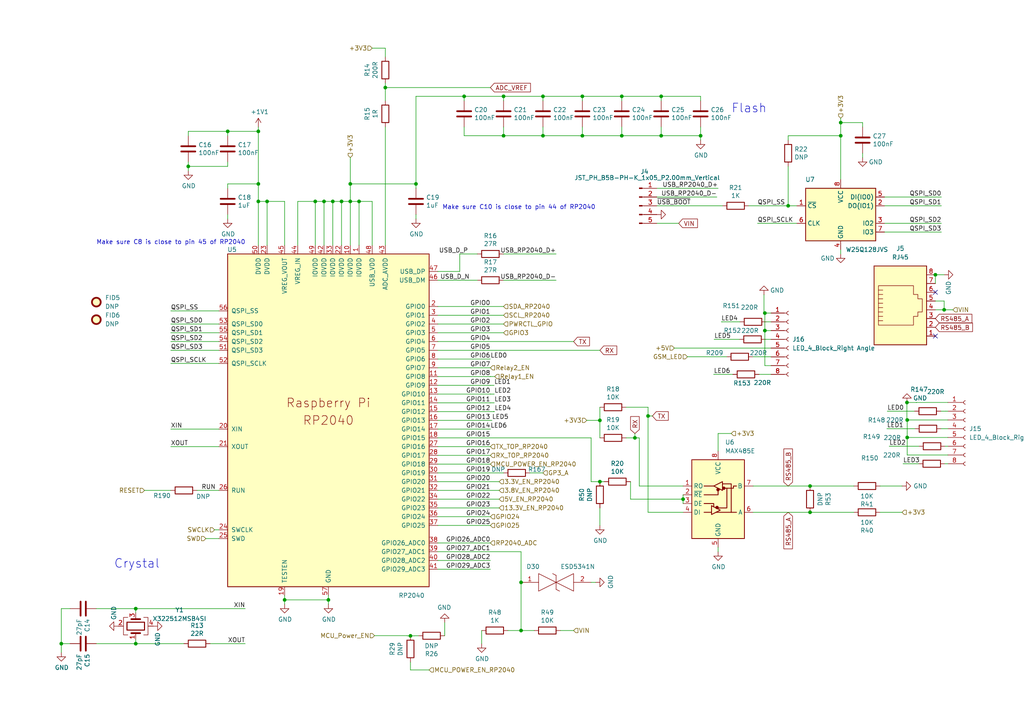
<source format=kicad_sch>
(kicad_sch (version 20250114) (generator "eeschema") (generator_version "9.0")
  (paper "A4")
  (text "Make sure C8 is close to pin 45 of RP2040" (at 27.94 71.12 0) (effects (font (size 1.27 1.27)) (justify left bottom)))
  (text "Make sure C10 is close to pin 44 of RP2040" (at 128.27 60.96 0) (effects (font (size 1.27 1.27)) (justify left bottom)))
  (text "Flash" (at 212.09 33.02 0) (effects (font (size 2.54 2.54)) (justify left bottom)))
  (text "Crystal" (at 33.02 165.1 0) (effects (font (size 2.54 2.54)) (justify left bottom)))
  (junction (at 111.76 25.4))
  (junction (at 54.61 48.26))
  (junction (at 221.8396 90.8043))
  (junction (at 271.3007 79.6916))
  (junction (at 39.37 186.69))
  (junction (at 151.13 182.88))
  (junction (at 180.34 27.94))
  (junction (at 101.6 58.42))
  (junction (at 263.1254 126.8876))
  (junction (at 273.8407 89.8516))
  (junction (at 95.25 173.99))
  (junction (at 74.93 58.42))
  (junction (at 180.34 39.37))
  (junction (at 221.8396 95.8843))
  (junction (at 263.1254 121.8163))
  (junction (at 17.78 186.69))
  (junction (at 173.99 139.7))
  (junction (at 263.0568 116.7363))
  (junction (at 104.14 58.42))
  (junction (at 187.96 120.65))
  (junction (at 39.37 176.53))
  (junction (at 93.98 58.42))
  (junction (at 151.13 168.91))
  (junction (at 96.52 58.42))
  (junction (at 82.55 173.99))
  (junction (at 74.93 38.1))
  (junction (at 91.44 58.42))
  (junction (at 168.91 39.37))
  (junction (at 101.6 53.34))
  (junction (at 198.12 144.78))
  (junction (at 134.62 27.94))
  (junction (at 157.48 27.94))
  (junction (at 228.6 59.69))
  (junction (at 66.04 38.1))
  (junction (at 74.93 53.34))
  (junction (at 99.06 58.42))
  (junction (at 191.77 39.37))
  (junction (at 173.99 121.92))
  (junction (at 120.65 53.34))
  (junction (at 191.77 27.94))
  (junction (at 168.91 27.94))
  (junction (at 234.95 140.97))
  (junction (at 77.47 58.42))
  (junction (at 119.0481 184.4174))
  (junction (at 146.05 27.94))
  (junction (at 157.48 39.37))
  (junction (at 184.15 127))
  (junction (at 243.84 39.37))
  (junction (at 243.84 35.56))
  (junction (at 203.2 39.37))
  (junction (at 146.05 39.37))
  (junction (at 234.95 148.59))
  (no_connect (at 271.3007 97.4716))
  (no_connect (at 271.3007 84.7716))
  (wire (pts (xy 111.76 36.83) (xy 111.76 71.12)))
  (wire (pts (xy 49.53 124.46) (xy 63.5 124.46)))
  (wire (pts (xy 59.69 156.21) (xy 63.5 156.21)))
  (wire (pts (xy 191.77 39.37) (xy 203.2 39.37)))
  (wire (pts (xy 66.04 53.34) (xy 74.93 53.34)))
  (wire (pts (xy 127 160.02) (xy 151.13 160.02)))
  (wire (pts (xy 191.77 27.94) (xy 203.2 27.94)))
  (wire (pts (xy 143.1694 119.3787) (xy 143.1694 119.38)))
  (wire (pts (xy 101.6 58.42) (xy 104.14 58.42)))
  (wire (pts (xy 180.34 27.94) (xy 191.77 27.94)))
  (wire (pts (xy 142.24 114.3018) (xy 142.24 114.3)))
  (wire (pts (xy 143.4165 119.3774) (xy 143.4234 119.3787)))
  (wire (pts (xy 221.8396 90.8043) (xy 221.8396 95.8843)))
  (wire (pts (xy 142.24 109.2128) (xy 142.24 109.22)))
  (wire (pts (xy 82.55 173.99) (xy 95.25 173.99)))
  (wire (pts (xy 142.24 116.8403) (xy 142.24 116.84)))
  (wire (pts (xy 143.3631 116.8403) (xy 142.24 116.8403)))
  (wire (pts (xy 180.34 39.37) (xy 168.91 39.37)))
  (wire (pts (xy 39.37 186.69) (xy 53.34 186.69)))
  (wire (pts (xy 142.6874 121.92) (xy 127 121.92)))
  (wire (pts (xy 191.77 29.21) (xy 191.77 27.94)))
  (wire (pts (xy 86.36 58.42) (xy 91.44 58.42)))
  (wire (pts (xy 108.6275 184.3647) (xy 118.11 184.3647)))
  (wire (pts (xy 146.05 27.94) (xy 157.48 27.94)))
  (wire (pts (xy 207.0067 108.5843) (xy 212.5516 108.5843)))
  (wire (pts (xy 54.61 46.99) (xy 54.61 48.26)))
  (wire (pts (xy 228.6 48.26) (xy 228.6 59.69)))
  (wire (pts (xy 127 142.24) (xy 144.78 142.24)))
  (wire (pts (xy 127 104.14) (xy 142.24 104.14)))
  (wire (pts (xy 95.25 173.99) (xy 95.25 175.26)))
  (wire (pts (xy 111.76 13.97) (xy 107.95 13.97)))
  (wire (pts (xy 271.3007 79.6916) (xy 271.3007 82.2316)))
  (wire (pts (xy 184.15 125.73) (xy 184.15 127)))
  (wire (pts (xy 272.8769 119.2612) (xy 274.3404 119.2612)))
  (wire (pts (xy 185.42 140.97) (xy 185.42 127)))
  (wire (pts (xy 127 106.68) (xy 142.24 106.68)))
  (wire (pts (xy 27.94 176.53) (xy 39.37 176.53)))
  (wire (pts (xy 120.65 27.94) (xy 120.65 53.34)))
  (wire (pts (xy 143.3159 111.7647) (xy 142.24 111.7647)))
  (wire (pts (xy 101.6 53.34) (xy 101.6 58.42)))
  (wire (pts (xy 153.67 137.16) (xy 157.48 137.16)))
  (wire (pts (xy 127 152.4) (xy 142.24 152.4)))
  (wire (pts (xy 195.58 100.9521) (xy 195.58 100.9643)))
  (wire (pts (xy 274.9191 116.7276) (xy 265.8174 116.7276)))
  (wire (pts (xy 60.96 186.69) (xy 71.12 186.69)))
  (wire (pts (xy 274.137 129.4276) (xy 274.9191 129.4276)))
  (wire (pts (xy 127 96.52) (xy 146.05 96.52)))
  (wire (pts (xy 207.1393 98.4253) (xy 207.1393 98.4243)))
  (wire (pts (xy 93.98 58.42) (xy 96.52 58.42)))
  (wire (pts (xy 223.6347 95.8843) (xy 221.8396 95.8843)))
  (wire (pts (xy 212.09 125.73) (xy 208.28 125.73)))
  (wire (pts (xy 157.48 27.94) (xy 168.91 27.94)))
  (wire (pts (xy 223.6347 103.477) (xy 223.6347 103.5043)))
  (wire (pts (xy 66.04 54.61) (xy 66.04 53.34)))
  (wire (pts (xy 74.93 53.34) (xy 74.93 58.42)))
  (wire (pts (xy 20.32 176.53) (xy 17.78 176.53)))
  (wire (pts (xy 273.8407 89.8516) (xy 271.3007 89.8516)))
  (wire (pts (xy 203.2 36.83) (xy 203.2 39.37)))
  (wire (pts (xy 99.06 71.12) (xy 99.06 58.42)))
  (wire (pts (xy 195.58 100.9643) (xy 223.6347 100.9643)))
  (wire (pts (xy 142.24 124.4539) (xy 142.24 124.46)))
  (wire (pts (xy 127 144.78) (xy 144.78 144.78)))
  (wire (pts (xy 263.0381 116.7363) (xy 263.0381 121.8163)))
  (wire (pts (xy 127 127) (xy 171.45 127)))
  (wire (pts (xy 180.34 29.21) (xy 180.34 27.94)))
  (wire (pts (xy 171.45 139.7) (xy 173.99 139.7)))
  (wire (pts (xy 146.05 39.37) (xy 134.62 39.37)))
  (wire (pts (xy 221.8396 95.8843) (xy 221.8396 106.0443)))
  (wire (pts (xy 118.11 184.3647) (xy 118.11 184.4174)))
  (wire (pts (xy 111.76 16.51) (xy 111.76 13.97)))
  (wire (pts (xy 221.8396 106.0443) (xy 223.6347 106.0443)))
  (wire (pts (xy 143.1694 119.38) (xy 127 119.38)))
  (wire (pts (xy 63.5 90.17) (xy 49.53 90.17)))
  (wire (pts (xy 274.9191 131.9676) (xy 263.1254 131.9676)))
  (wire (pts (xy 111.76 25.4) (xy 142.24 25.4)))
  (wire (pts (xy 207.0067 108.5876) (xy 207.0067 108.5843)))
  (wire (pts (xy 111.76 25.4) (xy 111.76 24.13)))
  (wire (pts (xy 198.12 144.78) (xy 198.12 146.05)))
  (wire (pts (xy 273.8407 89.8516) (xy 276.3807 89.8516)))
  (wire (pts (xy 234.95 148.59) (xy 247.65 148.59)))
  (wire (pts (xy 222.2145 93.3443) (xy 223.6347 93.3443)))
  (wire (pts (xy 208.28 158.75) (xy 208.28 160.02)))
  (wire (pts (xy 209.4507 93.3443) (xy 214.5945 93.3443)))
  (wire (pts (xy 66.04 39.37) (xy 66.04 38.1)))
  (wire (pts (xy 77.47 58.42) (xy 74.93 58.42)))
  (wire (pts (xy 146.05 36.83) (xy 146.05 39.37)))
  (wire (pts (xy 49.53 96.52) (xy 63.5 96.52)))
  (wire (pts (xy 256.54 67.31) (xy 273.05 67.31)))
  (wire (pts (xy 203.2 39.37) (xy 203.2 40.64)))
  (wire (pts (xy 134.62 27.94) (xy 146.05 27.94)))
  (wire (pts (xy 127 81.28) (xy 138.43 81.28)))
  (wire (pts (xy 74.93 58.42) (xy 74.93 71.12)))
  (wire (pts (xy 274.3404 119.2676) (xy 274.9191 119.2676)))
  (wire (pts (xy 127 114.3) (xy 142.24 114.3)))
  (wire (pts (xy 127 162.56) (xy 142.24 162.56)))
  (wire (pts (xy 127 147.32) (xy 144.78 147.32)))
  (wire (pts (xy 180.34 36.83) (xy 180.34 39.37)))
  (wire (pts (xy 107.95 71.12) (xy 107.95 58.42)))
  (wire (pts (xy 134.62 27.94) (xy 120.65 27.94)))
  (wire (pts (xy 168.91 29.21) (xy 168.91 27.94)))
  (wire (pts (xy 146.05 73.66) (xy 161.29 73.66)))
  (wire (pts (xy 203.2 29.21) (xy 203.2 27.94)))
  (wire (pts (xy 221.586 85.4822) (xy 221.586 90.8043)))
  (wire (pts (xy 120.65 62.23) (xy 120.65 63.5)))
  (wire (pts (xy 101.6 53.34) (xy 101.6 45.72)))
  (wire (pts (xy 49.53 101.6) (xy 63.5 101.6)))
  (wire (pts (xy 218.44 140.97) (xy 234.95 140.97)))
  (wire (pts (xy 120.2138 184.4174) (xy 120.2138 184.3979)))
  (wire (pts (xy 184.15 127) (xy 181.61 127)))
  (wire (pts (xy 77.47 71.12) (xy 77.47 58.42)))
  (wire (pts (xy 209.55 59.69) (xy 190.5 59.69)))
  (wire (pts (xy 20.32 186.69) (xy 17.78 186.69)))
  (wire (pts (xy 120.2138 184.3979) (xy 121.3665 184.3979)))
  (wire (pts (xy 127 99.06) (xy 166.37 99.06)))
  (wire (pts (xy 49.53 99.06) (xy 63.5 99.06)))
  (wire (pts (xy 127 91.44) (xy 146.05 91.44)))
  (wire (pts (xy 166.37 182.88) (xy 162.56 182.88)))
  (wire (pts (xy 127 88.9) (xy 146.05 88.9)))
  (wire (pts (xy 199.39 103.477) (xy 210.7482 103.477)))
  (wire (pts (xy 82.55 71.12) (xy 82.55 58.42)))
  (wire (pts (xy 101.6 53.34) (xy 120.65 53.34)))
  (wire (pts (xy 191.77 36.83) (xy 191.77 39.37)))
  (wire (pts (xy 223.6347 90.8043) (xy 221.8396 90.8043)))
  (wire (pts (xy 228.6 39.37) (xy 243.84 39.37)))
  (wire (pts (xy 187.96 120.65) (xy 189.23 120.65)))
  (wire (pts (xy 173.99 121.92) (xy 173.99 127)))
  (wire (pts (xy 265.8174 116.7363) (xy 263.0568 116.7363)))
  (wire (pts (xy 147.32 182.88) (xy 151.13 182.88)))
  (wire (pts (xy 199.39 103.477) (xy 199.39 103.5043)))
  (wire (pts (xy 104.14 58.42) (xy 104.14 71.12)))
  (wire (pts (xy 217.17 59.69) (xy 228.6 59.69)))
  (wire (pts (xy 263.1254 121.8163) (xy 263.1254 126.8876)))
  (wire (pts (xy 63.5 129.54) (xy 49.53 129.54)))
  (wire (pts (xy 257.3361 119.2612) (xy 265.2569 119.2612)))
  (wire (pts (xy 104.14 58.42) (xy 107.95 58.42)))
  (wire (pts (xy 111.76 25.4) (xy 111.76 29.21)))
  (wire (pts (xy 263.0568 116.7363) (xy 263.0381 116.7363)))
  (wire (pts (xy 86.36 71.12) (xy 86.36 58.42)))
  (wire (pts (xy 234.95 140.97) (xy 247.65 140.97)))
  (wire (pts (xy 74.93 36.83) (xy 74.93 38.1)))
  (wire (pts (xy 142.24 111.7647) (xy 142.24 111.76)))
  (wire (pts (xy 198.12 140.97) (xy 185.42 140.97)))
  (wire (pts (xy 243.84 39.37) (xy 243.84 52.07)))
  (wire (pts (xy 172.72 168.91) (xy 171.45 168.91)))
  (wire (pts (xy 127 116.84) (xy 142.24 116.84)))
  (wire (pts (xy 54.61 48.26) (xy 54.61 49.53)))
  (wire (pts (xy 187.96 120.65) (xy 187.96 118.11)))
  (wire (pts (xy 74.93 38.1) (xy 74.93 53.34)))
  (wire (pts (xy 187.96 118.11) (xy 181.61 118.11)))
  (wire (pts (xy 272.9551 124.3476) (xy 274.9191 124.3476)))
  (wire (pts (xy 198.12 148.59) (xy 187.96 148.59)))
  (wire (pts (xy 151.13 168.91) (xy 151.13 182.88)))
  (wire (pts (xy 170.18 121.92) (xy 173.99 121.92)))
  (wire (pts (xy 273.8407 87.3116) (xy 271.3007 87.3116)))
  (wire (pts (xy 173.99 139.7) (xy 175.26 139.7)))
  (wire (pts (xy 127 139.7) (xy 144.78 139.7)))
  (wire (pts (xy 133.35 73.66) (xy 138.43 73.66)))
  (wire (pts (xy 82.55 172.72) (xy 82.55 173.99)))
  (wire (pts (xy 221.586 90.8043) (xy 221.8396 90.8043)))
  (wire (pts (xy 82.55 173.99) (xy 82.55 175.26)))
  (wire (pts (xy 17.78 186.69) (xy 17.78 189.23)))
  (wire (pts (xy 182.88 144.78) (xy 182.88 139.7)))
  (wire (pts (xy 190.5 54.61) (xy 208.28 54.61)))
  (wire (pts (xy 127 132.08) (xy 142.24 132.08)))
  (wire (pts (xy 127 157.48) (xy 142.24 157.48)))
  (wire (pts (xy 187.96 148.59) (xy 187.96 120.65)))
  (wire (pts (xy 134.62 36.83) (xy 134.62 39.37)))
  (wire (pts (xy 143.3693 114.3018) (xy 142.24 114.3018)))
  (wire (pts (xy 146.05 29.21) (xy 146.05 27.94)))
  (wire (pts (xy 139.7 186.69) (xy 139.7 182.88)))
  (wire (pts (xy 63.5 105.41) (xy 49.53 105.41)))
  (wire (pts (xy 27.94 186.69) (xy 39.37 186.69)))
  (wire (pts (xy 95.25 172.72) (xy 95.25 173.99)))
  (wire (pts (xy 17.78 176.53) (xy 17.78 186.69)))
  (wire (pts (xy 191.77 39.37) (xy 180.34 39.37)))
  (wire (pts (xy 99.06 58.42) (xy 101.6 58.42)))
  (wire (pts (xy 185.42 127) (xy 184.15 127)))
  (wire (pts (xy 66.04 38.1) (xy 74.93 38.1)))
  (wire (pts (xy 198.12 144.78) (xy 182.88 144.78)))
  (wire (pts (xy 228.6 40.64) (xy 228.6 39.37)))
  (wire (pts (xy 256.54 59.69) (xy 273.05 59.69)))
  (wire (pts (xy 96.52 71.12) (xy 96.52 58.42)))
  (wire (pts (xy 250.19 44.45) (xy 250.19 45.72)))
  (wire (pts (xy 133.35 73.66) (xy 133.35 78.74)))
  (wire (pts (xy 256.54 57.15) (xy 273.05 57.15)))
  (wire (pts (xy 261.92 134.5076) (xy 266.4376 134.5076)))
  (wire (pts (xy 41.91 142.24) (xy 49.53 142.24)))
  (wire (pts (xy 173.99 152.4) (xy 173.99 147.32)))
  (wire (pts (xy 263.1254 126.8876) (xy 263.1254 131.9676)))
  (wire (pts (xy 128.9865 180.5879) (xy 128.9865 184.3979)))
  (wire (pts (xy 273.8407 89.8516) (xy 273.8407 87.3116)))
  (wire (pts (xy 127 93.98) (xy 146.05 93.98)))
  (wire (pts (xy 134.62 29.21) (xy 134.62 27.94)))
  (wire (pts (xy 49.53 93.98) (xy 63.5 93.98)))
  (wire (pts (xy 274.0576 134.5076) (xy 274.9191 134.5076)))
  (wire (pts (xy 273.8407 79.6916) (xy 271.3007 79.6916)))
  (wire (pts (xy 257.238 124.3476) (xy 265.3351 124.3476)))
  (wire (pts (xy 127 109.22) (xy 142.24 109.22)))
  (wire (pts (xy 157.48 39.37) (xy 146.05 39.37)))
  (wire (pts (xy 118.11 184.4174) (xy 119.0481 184.4174)))
  (wire (pts (xy 257.9018 129.4276) (xy 266.517 129.4276)))
  (wire (pts (xy 54.61 38.1) (xy 66.04 38.1)))
  (wire (pts (xy 157.48 36.83) (xy 157.48 39.37)))
  (wire (pts (xy 255.27 140.97) (xy 261.62 140.97)))
  (wire (pts (xy 57.15 142.24) (xy 63.5 142.24)))
  (wire (pts (xy 218.3682 103.477) (xy 223.6347 103.477)))
  (wire (pts (xy 127 129.54) (xy 142.24 129.54)))
  (wire (pts (xy 119.0481 184.4174) (xy 120.2138 184.4174)))
  (wire (pts (xy 54.61 48.26) (xy 66.04 48.26)))
  (wire (pts (xy 127 111.76) (xy 142.24 111.76)))
  (wire (pts (xy 91.44 71.12) (xy 91.44 58.42)))
  (wire (pts (xy 93.98 71.12) (xy 93.98 58.42)))
  (wire (pts (xy 62.23 153.67) (xy 63.5 153.67)))
  (wire (pts (xy 243.84 35.56) (xy 243.84 39.37)))
  (wire (pts (xy 127 134.62) (xy 142.24 134.62)))
  (wire (pts (xy 82.55 58.42) (xy 77.47 58.42)))
  (wire (pts (xy 173.99 118.11) (xy 173.99 121.92)))
  (wire (pts (xy 127 78.74) (xy 133.35 78.74)))
  (wire (pts (xy 171.45 139.7) (xy 171.45 127)))
  (wire (pts (xy 143.4918 109.2128) (xy 142.24 109.2128)))
  (wire (pts (xy 274.9191 126.8876) (xy 263.1254 126.8876)))
  (wire (pts (xy 168.91 39.37) (xy 157.48 39.37)))
  (wire (pts (xy 66.04 48.26) (xy 66.04 46.99)))
  (wire (pts (xy 222.0746 98.4243) (xy 223.6347 98.4243)))
  (wire (pts (xy 243.84 34.29) (xy 243.84 35.56)))
  (wire (pts (xy 219.71 64.77) (xy 231.14 64.77)))
  (wire (pts (xy 127 124.46) (xy 142.24 124.46)))
  (wire (pts (xy 228.6 59.69) (xy 231.14 59.69)))
  (wire (pts (xy 243.84 72.39) (xy 243.84 73.66)))
  (wire (pts (xy 250.19 36.83) (xy 250.19 35.56)))
  (wire (pts (xy 274.3404 119.2612) (xy 274.3404 119.2676)))
  (wire (pts (xy 196.85 64.77) (xy 190.5 64.77)))
  (wire (pts (xy 151.13 182.88) (xy 154.94 182.88)))
  (wire (pts (xy 207.1393 98.4243) (xy 214.4546 98.4243)))
  (wire (pts (xy 66.04 62.23) (xy 66.04 63.5)))
  (wire (pts (xy 263.0381 121.8163) (xy 263.1254 121.8163)))
  (wire (pts (xy 263.1254 121.8076) (xy 263.1254 121.8163)))
  (wire (pts (xy 220.1716 108.5843) (xy 223.6347 108.5843)))
  (wire (pts (xy 265.8174 116.7276) (xy 265.8174 116.7363)))
  (wire (pts (xy 218.44 148.59) (xy 234.95 148.59)))
  (wire (pts (xy 39.37 177.8) (xy 39.37 176.53)))
  (wire (pts (xy 101.6 71.12) (xy 101.6 58.42)))
  (wire (pts (xy 39.37 176.53) (xy 71.12 176.53)))
  (wire (pts (xy 263.1254 121.8076) (xy 274.9191 121.8076)))
  (wire (pts (xy 39.37 185.42) (xy 39.37 186.69)))
  (wire (pts (xy 143.1694 119.3787) (xy 143.4165 119.3774)))
  (wire (pts (xy 256.54 64.77) (xy 273.05 64.77)))
  (wire (pts (xy 198.12 143.51) (xy 198.12 144.78)))
  (wire (pts (xy 261.62 148.59) (xy 255.27 148.59)))
  (wire (pts (xy 146.05 81.28) (xy 161.29 81.28)))
  (wire (pts (xy 120.65 54.61) (xy 120.65 53.34)))
  (wire (pts (xy 127 165.1) (xy 142.24 165.1)))
  (wire (pts (xy 168.91 27.94) (xy 180.34 27.94)))
  (wire (pts (xy 209.4507 93.3472) (xy 209.4507 93.3443)))
  (wire (pts (xy 91.44 58.42) (xy 93.98 58.42)))
  (wire (pts (xy 127 101.6) (xy 173.99 101.6)))
  (wire (pts (xy 96.52 58.42) (xy 99.06 58.42)))
  (wire (pts (xy 250.19 35.56) (xy 243.84 35.56)))
  (wire (pts (xy 157.48 29.21) (xy 157.48 27.94)))
  (wire (pts (xy 190.5 57.15) (xy 207.9313 57.15)))
  (wire (pts (xy 168.91 36.83) (xy 168.91 39.37)))
  (wire (pts (xy 54.61 39.37) (xy 54.61 38.1)))
  (wire (pts (xy 119.0481 194.31) (xy 119.0481 192.0374)))
  (wire (pts (xy 208.28 125.73) (xy 208.28 130.81)))
  (wire (pts (xy 209.1967 93.3472) (xy 209.4507 93.3472)))
  (wire (pts (xy 127 149.86) (xy 142.24 149.86)))
  (wire (pts (xy 151.13 160.02) (xy 151.13 168.91)))
  (wire (pts (xy 127 137.16) (xy 146.05 137.16)))
  (wire (pts (xy 124.46 194.31) (xy 119.0481 194.31)))
  (label "LED3" (at 261.92 134.5076 0))
  (label "USB_D_P" (at 135.7763 73.66 180))
  (label "GPIO22" (at 142.24 144.78 180))
  (label "GPIO17" (at 142.24 132.08 180))
  (label "GPIO9" (at 142.24 111.7647 180))
  (label "USB_RP2040_D+" (at 208.28 54.61 180))
  (label "XIN" (at 71.12 176.53 180))
  (label "LED3" (at 143.3631 116.8403 0))
  (label "USB_RP2040_D+" (at 161.29 73.66 180))
  (label "GPIO5" (at 142.24 101.6 180))
  (label "GPIO15" (at 142.24 127 180))
  (label "LED4" (at 143.4234 119.3787 0))
  (label "QSPI_SD0" (at 49.53 93.98 0))
  (label "GPIO18" (at 142.24 134.62 180))
  (label "LED2" (at 143.3693 114.3018 0))
  (label "GPIO26_ADC0" (at 142.24 157.48 180))
  (label "GPIO24" (at 142.24 149.86 180))
  (label "QSPI_SD2" (at 49.53 99.06 0))
  (label "GPIO27_ADC1" (at 142.24 160.02 180))
  (label "QSPI_SCLK" (at 219.71 64.77 0))
  (label "LED6" (at 142.24 124.46 0))
  (label "GPIO7" (at 142.24 106.68 180))
  (label "GPIO14" (at 142.24 124.4539 180))
  (label "GPIO3" (at 142.24 96.52 180))
  (label "LED0" (at 142.24 104.14 0))
  (label "GPIO0" (at 142.24 88.9 180))
  (label "LED1" (at 257.238 124.3476 0))
  (label "USB_RP2040_D-" (at 207.9313 57.15 180))
  (label "QSPI_SD3" (at 273.05 67.31 180))
  (label "GPIO11" (at 142.24 116.8403 180))
  (label "LED6" (at 207.0067 108.5876 0))
  (label "QSPI_SD0" (at 273.05 57.15 180))
  (label "GPIO4" (at 142.24 99.06 180))
  (label "LED5" (at 142.6874 121.92 0))
  (label "GPIO20" (at 142.24 139.7 180))
  (label "~{USB_BOOT}" (at 190.5 59.69 0))
  (label "GPIO13" (at 142.24 121.92 180))
  (label "LED0" (at 257.3361 119.2612 0))
  (label "GPIO12" (at 142.24 119.38 180))
  (label "GPIO6" (at 142.24 104.14 180))
  (label "LED5" (at 207.1393 98.4253 0))
  (label "GPIO29_ADC3" (at 142.24 165.1 180))
  (label "GPIO1" (at 142.24 91.44 180))
  (label "GPIO28_ADC2" (at 142.24 162.56 180))
  (label "QSPI_SCLK" (at 49.53 105.41 0))
  (label "QSPI_SS" (at 49.53 90.17 0))
  (label "GPIO23" (at 142.24 147.32 180))
  (label "QSPI_SD3" (at 49.53 101.6 0))
  (label "LED2" (at 257.9018 129.4276 0))
  (label "LED1" (at 143.3159 111.7647 0))
  (label "RUN" (at 58.42 142.24 0))
  (label "USB_D_N" (at 136.2125 81.28 180))
  (label "GPIO19" (at 142.24 137.16 180))
  (label "GPIO10" (at 142.24 114.3 180))
  (label "QSPI_SD1" (at 273.05 59.69 180))
  (label "QSPI_SD2" (at 273.05 64.77 180))
  (label "GPIO16" (at 142.24 129.54 180))
  (label "XOUT" (at 49.53 129.54 0))
  (label "QSPI_SD1" (at 49.53 96.52 0))
  (label "GPIO8" (at 142.24 109.2128 180))
  (label "XOUT" (at 71.12 186.69 180))
  (label "GPIO25" (at 142.24 152.4 180))
  (label "QSPI_SS" (at 219.71 59.69 0))
  (label "XIN" (at 49.53 124.46 0))
  (label "LED4" (at 209.1967 93.3472 0))
  (label "GPIO21" (at 142.24 142.24 180))
  (label "GPIO2" (at 142.24 93.98 180))
  (label "USB_RP2040_D-" (at 161.29 81.28 180))
  (global_label "RS485_B" (shape input) (at 271.3007 94.9316 0) (property "Intersheetrefs" "${INTERSHEET_REFS}" (effects (hide yes))))
  (global_label "ADC_VREF" (shape input) (at 142.24 25.4 0) (property "Intersheetrefs" "${INTERSHEET_REFS}" (effects (hide yes))))
  (global_label "RS485_A" (shape input) (at 228.6 148.59 270) (property "Intersheetrefs" "${INTERSHEET_REFS}" (effects (hide yes))))
  (global_label "RX" (shape input) (at 173.99 101.6 0) (property "Intersheetrefs" "${INTERSHEET_REFS}" (effects (hide yes))))
  (global_label "RS485_B" (shape input) (at 228.6 140.97 90) (property "Intersheetrefs" "${INTERSHEET_REFS}" (effects (hide yes))))
  (global_label "TX" (shape input) (at 189.23 120.65 0) (property "Intersheetrefs" "${INTERSHEET_REFS}" (effects (hide yes))))
  (global_label "RX" (shape input) (at 184.15 125.73 90) (property "Intersheetrefs" "${INTERSHEET_REFS}" (effects (hide yes))))
  (global_label "VIN" (shape input) (at 196.85 64.77 0) (property "Intersheetrefs" "${INTERSHEET_REFS}" (effects (hide yes))))
  (global_label "TX" (shape input) (at 166.37 99.06 0) (property "Intersheetrefs" "${INTERSHEET_REFS}" (effects (hide yes))))
  (global_label "RS485_A" (shape input) (at 271.3007 92.3916 0) (property "Intersheetrefs" "${INTERSHEET_REFS}" (effects (hide yes))))
  (hierarchical_label "GP3_A" (shape input) (at 157.48 137.16 0))
  (hierarchical_label "GPIO3" (shape input) (at 146.05 96.52 0))
  (hierarchical_label "GPIO25" (shape input) (at 142.24 152.4 0))
  (hierarchical_label "+3V3" (shape input) (at 101.6 45.72 90))
  (hierarchical_label "+3V3" (shape input) (at 212.09 125.73 0))
  (hierarchical_label "MCU_Power_EN" (shape input) (at 108.6275 184.3647 180))
  (hierarchical_label "SCL_RP2040" (shape input) (at 146.05 91.44 0))
  (hierarchical_label "+3V3" (shape input) (at 107.95 13.97 180))
  (hierarchical_label "RP2040_ADC" (shape input) (at 142.24 157.48 0))
  (hierarchical_label "SDA_RP2040" (shape input) (at 146.05 88.9 0))
  (hierarchical_label "VIN" (shape input) (at 276.3807 89.8516 0))
  (hierarchical_label "SWCLK" (shape input) (at 62.23 153.67 180))
  (hierarchical_label "PWRCTL_GPIO" (shape input) (at 146.05 93.98 0))
  (hierarchical_label "GPIO24" (shape input) (at 142.24 149.86 0))
  (hierarchical_label "Relay2_EN" (shape input) (at 142.24 106.68 0))
  (hierarchical_label "VIN" (shape input) (at 166.37 182.88 0))
  (hierarchical_label "RX_TOP_RP2040" (shape input) (at 142.24 132.08 0))
  (hierarchical_label "5V_EN_RP2040" (shape input) (at 144.78 144.78 0))
  (hierarchical_label "+3V3" (shape input) (at 170.18 121.92 180))
  (hierarchical_label "13.3V_EN_RP2040" (shape input) (at 144.78 147.32 0))
  (hierarchical_label "MCU_POWER_EN_RP2040" (shape input) (at 142.24 134.62 0))
  (hierarchical_label "3.3V_EN_RP2040" (shape input) (at 144.78 139.7 0))
  (hierarchical_label "3.8V_EN_RP2040" (shape input) (at 144.78 142.24 0))
  (hierarchical_label "+3V3" (shape input) (at 261.62 148.59 0))
  (hierarchical_label "TX_TOP_RP2040" (shape input) (at 142.24 129.54 0))
  (hierarchical_label "SWD" (shape input) (at 59.69 156.21 180))
  (hierarchical_label "GSM_LED" (shape input) (at 199.39 103.477 180))
  (hierarchical_label "+5V" (shape input) (at 195.58 100.9521 180))
  (hierarchical_label "+3V3" (shape input) (at 243.84 34.29 90))
  (hierarchical_label "RESET" (shape input) (at 41.91 142.24 180))
  (hierarchical_label "Relay1_EN" (shape input) (at 143.4918 109.2128 0))
  (hierarchical_label "MCU_POWER_EN_RP2040" (shape input) (at 124.46 194.31 0))
  (symbol (lib_id "Device:R") (at 57.15 186.69 270) (unit 1)
    (property "Reference" "R13" (at 57.15 181.4322 90))
    (property "Value" "22R" (at 57.15 183.7436 90))
    (property "Footprint" "Resistor_SMD:R_0603_1608Metric" (effects (hide yes)))
    (property "MPN" "0603WAF220JT5E" (effects (hide yes)))
  )
  (symbol (lib_id "Device:C") (at 24.13 186.69 270) (unit 1)
    (property "Reference" "C15" (at 25.2984 189.611 0) (effects (justify left)))
    (property "Value" "27pF" (at 22.987 189.611 0) (effects (justify left)))
    (property "Footprint" "Capacitor_SMD:C_0603_1608Metric" (effects (hide yes)))
    (property "MPN" "0603CG270J500NT" (effects (hide yes)))
  )
  (symbol (lib_id "Device:C") (at 24.13 176.53 270) (unit 1)
    (property "Reference" "C14" (at 25.2984 179.451 0) (effects (justify left)))
    (property "Value" "27pF" (at 22.987 179.451 0) (effects (justify left)))
    (property "Footprint" "Capacitor_SMD:C_0603_1608Metric" (effects (hide yes)))
    (property "MPN" "0603CG270J500NT" (effects (hide yes)))
  )
  (symbol (lib_id "Device:C") (at 191.77 33.02 0) (unit 1)
    (property "Reference" "C25" (at 194.691 31.8516 0) (effects (justify left)))
    (property "Value" "100nF" (at 194.691 34.163 0) (effects (justify left)))
    (property "Footprint" "Capacitor_SMD:C_0402_1005Metric" (effects (hide yes)))
    (property "MPN" "CC0402KRX7R7BB104" (effects (hide yes)))
  )
  (symbol (lib_id "Device:R") (at 269.1451 124.3476 90) (unit 1)
    (property "Reference" "R148" (at 254.2422 121.851 90))
    (property "Value" "220R" (at 259.5396 121.8334 90))
    (property "Footprint" "Resistor_SMD:R_0603_1608Metric" (effects (hide yes)))
    (property "MPN" "0603WAF2200T5E" (effects (hide yes)))
  )
  (symbol (lib_id "Device:R") (at 270.2476 134.5076 90) (unit 1)
    (property "Reference" "R150" (at 252.2744 132.8663 90))
    (property "Value" "220R" (at 258.6591 132.0151 90))
    (property "Footprint" "Resistor_SMD:R_0603_1608Metric" (effects (hide yes)))
    (property "MPN" "0603WAF2200T5E" (effects (hide yes)))
  )
  (symbol (lib_id "power:GND") (at 17.78 189.23 0) (unit 1)
    (property "Reference" "#PWR0135" (effects (hide yes)))
    (property "Value" "GND" (at 17.907 193.6242 0))
  )
  (symbol (lib_id "Device:R") (at 142.24 73.66 270) (unit 1)
    (property "Reference" "R16" (at 142.24 68.4022 90))
    (property "Value" "27R" (at 142.24 70.7136 90))
    (property "Footprint" "Resistor_SMD:R_0603_1608Metric" (effects (hide yes)))
    (property "MPN" "0603WAF270JT5E" (effects (hide yes)))
  )
  (symbol (lib_id "SP0402B-ULC-01ETG:SP0402B-ULC-01ETG") (at 151.13 168.91 0) (unit 1)
    (property "Reference" "D30" (at 152.654 164.338 0) (effects (justify left)))
    (property "Value" "ESD5341N" (at 162.56 164.338 0) (effects (justify left)))
    (property "Footprint" "ESD5341N:ESD5341N" (effects (hide yes)))
    (property "Datasheet" "https://www.mouser.com/datasheet/2/240/Littelfuse_TVS_Diode_Array_Ultra_Low_Capacitance_D-1021420.pdf" (effects (hide yes)))
    (property "Description" "ESD Suppressors / TVS Diodes 5V .13pF 20kV" (effects (hide yes)))
    (property "Manufacturer_Name" "LITTELFUSE" (effects (hide yes)))
    (property "Manufacturer_Part_Number" "SP0402B-ULC-01ETG" (effects (hide yes)))
    (property "Mouser Part Number" "576-SP0402BULC-01ETG" (effects (hide yes)))
    (property "Mouser Price/Stock" "https://www.mouser.co.uk/ProductDetail/Littelfuse/SP0402B-ULC-01ETG?qs=lM4gFlnEeENx4cnTNlk34g%3D%3D" (effects (hide yes)))
    (property "Arrow Part Number" "SP0402B-ULC-01ETG" (effects (hide yes)))
    (property "Arrow Price/Stock" "https://www.arrow.com/en/products/sp0402b-ulc-01etg/littelfuse?region=nac" (effects (hide yes)))
    (property "MPN" "ESD5341N" (effects (hide yes)))
  )
  (symbol (lib_id "Device:R") (at 216.3616 108.5843 90) (unit 1)
    (property "Reference" "R153" (at 215.2391 111.1275 90))
    (property "Value" "220R" (at 221.1324 110.998 90))
    (property "Footprint" "Resistor_SMD:R_0603_1608Metric" (effects (hide yes)))
    (property "MPN" "0603WAF2200T5E" (effects (hide yes)))
  )
  (symbol (lib_id "Device:C") (at 120.65 58.42 0) (unit 1)
    (property "Reference" "C19" (at 123.571 57.2516 0) (effects (justify left)))
    (property "Value" "1uF" (at 123.571 59.563 0) (effects (justify left)))
    (property "Footprint" "Capacitor_SMD:C_0603_1608Metric" (effects (hide yes)))
    (property "MPN" "CL10A105KB8NNNC" (effects (hide yes)))
  )
  (symbol (lib_id "power:GND") (at 95.25 175.26 0) (unit 1)
    (property "Reference" "#PWR0131" (effects (hide yes)))
    (property "Value" "GND" (at 95.377 179.6542 0))
  )
  (symbol (lib_id "Library:R") (at 234.95 144.78 180) (unit 1)
    (property "Reference" "R53" (at 240.2078 144.78 90))
    (property "Value" "DNP" (at 237.8964 144.78 90))
    (property "Footprint" "Resistor_SMD:R_0603_1608Metric" (effects (hide yes)))
  )
  (symbol (lib_id "power:GND") (at 221.586 85.4822 180) (unit 1)
    (property "Reference" "#PWR0209" (effects (hide yes)))
    (property "Value" "GND" (at 225.396 84.2122 0))
  )
  (symbol (lib_id "Device:R") (at 218.2646 98.4243 90) (unit 1)
    (property "Reference" "R152" (at 212.4312 95.8593 90))
    (property "Value" "220R" (at 217.5236 95.9021 90))
    (property "Footprint" "Resistor_SMD:R_0603_1608Metric" (effects (hide yes)))
    (property "MPN" "0603WAF2200T5E" (effects (hide yes)))
  )
  (symbol (lib_id "Device:R") (at 142.24 81.28 270) (unit 1)
    (property "Reference" "R17" (at 142.24 76.0222 90))
    (property "Value" "27R" (at 142.24 78.3336 90))
    (property "Footprint" "Resistor_SMD:R_0603_1608Metric" (effects (hide yes)))
    (property "MPN" "0603WAF270JT5E" (effects (hide yes)))
  )
  (symbol (lib_id "Device:R") (at 173.99 143.51 0) (unit 1)
    (property "Reference" "R50" (at 168.7322 143.51 90))
    (property "Value" "DNP" (at 171.0436 143.51 90))
    (property "Footprint" "Resistor_SMD:R_0603_1608Metric" (effects (hide yes)))
  )
  (symbol (lib_id "power:GND") (at 139.7 186.69 0) (unit 1)
    (property "Reference" "#PWR0174" (effects (hide yes)))
    (property "Value" "GND" (at 139.827 191.0842 0))
  )
  (symbol (lib_id "power:GND") (at 54.61 49.53 0) (unit 1)
    (property "Reference" "#PWR0128" (effects (hide yes)))
    (property "Value" "GND" (at 54.737 53.9242 0))
  )
  (symbol (lib_id "Device:C") (at 180.34 33.02 0) (unit 1)
    (property "Reference" "C24" (at 183.261 31.8516 0) (effects (justify left)))
    (property "Value" "100nF" (at 183.261 34.163 0) (effects (justify left)))
    (property "Footprint" "Capacitor_SMD:C_0402_1005Metric" (effects (hide yes)))
    (property "MPN" "CC0402KRX7R7BB104" (effects (hide yes)))
  )
  (symbol (lib_id "Device:C") (at 134.62 33.02 0) (unit 1)
    (property "Reference" "C20" (at 137.541 31.8516 0) (effects (justify left)))
    (property "Value" "100nF" (at 137.541 34.163 0) (effects (justify left)))
    (property "Footprint" "Capacitor_SMD:C_0402_1005Metric" (effects (hide yes)))
    (property "MPN" "CC0402KRX7R7BB104" (effects (hide yes)))
  )
  (symbol (lib_id "Device:R") (at 177.8 127 270) (unit 1)
    (property "Reference" "R19" (at 177.8 121.7422 90))
    (property "Value" "10K" (at 177.8 124.0536 90))
    (property "Footprint" "Resistor_SMD:R_0603_1608Metric" (effects (hide yes)))
    (property "MPN" "0603WAF1002T5E" (effects (hide yes)))
  )
  (symbol (lib_id "Memory_Flash:W25Q128JVS") (at 243.84 62.23 0) (unit 1)
    (property "Reference" "U7" (at 234.95 52.07 0))
    (property "Value" "W25Q128JVS" (at 251.46 72.39 0))
    (property "Footprint" "Package_SO:SOIC-8_5.23x5.23mm_P1.27mm" (effects (hide yes)))
    (property "Datasheet" "http://www.winbond.com/resource-files/w25q128jv_dtr%20revc%2003272018%20plus.pdf" (effects (hide yes)))
    (property "MPN" "W25Q128JVS" (effects (hide yes)))
  )
  (symbol (lib_id "power:GND") (at 128.9865 180.5879 180) (unit 1)
    (property "Reference" "#PWR0144" (effects (hide yes)))
    (property "Value" "GND" (at 128.8595 176.1937 0))
  )
  (symbol (lib_id "power:GND") (at 173.99 152.4 0) (unit 1)
    (property "Reference" "#PWR0175" (effects (hide yes)))
    (property "Value" "GND" (at 174.117 156.7942 0))
  )
  (symbol (lib_id "Device:C") (at 146.05 33.02 0) (unit 1)
    (property "Reference" "C21" (at 148.971 31.8516 0) (effects (justify left)))
    (property "Value" "100nF" (at 148.971 34.163 0) (effects (justify left)))
    (property "Footprint" "Capacitor_SMD:C_0402_1005Metric" (effects (hide yes)))
    (property "MPN" "CC0402KRX7R7BB104" (effects (hide yes)))
  )
  (symbol (lib_id "Device:R") (at 143.51 182.88 270) (unit 1)
    (property "Reference" "R48" (at 143.51 177.6222 90))
    (property "Value" "1K" (at 143.51 179.9336 90))
    (property "Footprint" "Resistor_SMD:R_0603_1608Metric" (effects (hide yes)))
    (property "MPN" "0603WAF1001T5E" (effects (hide yes)))
  )
  (symbol (lib_id "power:GND") (at 34.29 181.61 270) (unit 1)
    (property "Reference" "#PWR0133" (effects (hide yes)))
    (property "Value" "GND" (at 33.02 177.8 0))
  )
  (symbol (lib_id "Connector:Conn_01x05_Male") (at 185.42 59.69 0) (unit 1)
    (property "Reference" "J4" (at 186.944 49.784 0))
    (property "Value" "JST_PH_B5B-PH-K_1x05_P2.00mm_Vertical" (at 187.706 51.562 0))
    (property "Footprint" "Connector_JST:JST_PH_B5B-PH-K_1x05_P2.00mm_Vertical" (effects (hide yes)))
  )
  (symbol (lib_id "Device:R") (at 228.6 44.45 0) (unit 1)
    (property "Reference" "R22" (at 230.378 43.2816 0) (effects (justify left)))
    (property "Value" "DNP" (at 230.378 45.593 0) (effects (justify left)))
    (property "Footprint" "Resistor_SMD:R_0603_1608Metric" (effects (hide yes)))
  )
  (symbol (lib_id "power:GND") (at 273.8407 79.6916 90) (unit 1)
    (property "Reference" "#PWR0114" (effects (hide yes)))
    (property "Value" "GND" (at 275.1107 83.5016 0))
  )
  (symbol (lib_id "Device:R") (at 158.75 182.88 270) (unit 1)
    (property "Reference" "R49" (at 158.75 177.6222 90))
    (property "Value" "10K" (at 158.75 179.9336 90))
    (property "Footprint" "Resistor_SMD:R_0603_1608Metric" (effects (hide yes)))
    (property "MPN" "0603WAF1002T5E" (effects (hide yes)))
  )
  (symbol (lib_id "Device:R") (at 149.86 137.16 90) (unit 1)
    (property "Reference" "R167" (at 155.702 136.144 90))
    (property "Value" "DNP" (at 144.526 136.144 90))
    (property "Footprint" "Resistor_SMD:R_0603_1608Metric" (effects (hide yes)))
    (property "Description" "Resistor" (effects (hide yes)))
  )
  (symbol (lib_id "Connector:RJ45") (at 261.1407 89.8516 0) (unit 1)
    (property "Reference" "J5" (at 261.1407 72.0716 0))
    (property "Value" "RJ45" (at 261.1407 74.6116 0))
    (property "Footprint" "Connector_RJ:RJ45_Amphenol_54602-x08_Horizontal" (effects (hide yes)))
    (property "MPN" "黑色 RJ45 8P" (effects (hide yes)))
  )
  (symbol (lib_id "Device:R") (at 251.46 148.59 90) (unit 1)
    (property "Reference" "R40" (at 251.46 153.8478 90))
    (property "Value" "10K" (at 251.46 151.5364 90))
    (property "Footprint" "Resistor_SMD:R_0603_1608Metric" (effects (hide yes)))
    (property "MPN" "0603WAF1002T5E" (effects (hide yes)))
  )
  (symbol (lib_id "Device:R") (at 111.76 20.32 0) (unit 1)
    (property "Reference" "R14" (at 106.5022 20.32 90))
    (property "Value" "200R" (at 108.8136 20.32 90))
    (property "Footprint" "Resistor_SMD:R_0603_1608Metric" (effects (hide yes)))
    (property "MPN" "0603WAF2000T5E" (effects (hide yes)))
  )
  (symbol (lib_id "Device:C") (at 203.2 33.02 0) (unit 1)
    (property "Reference" "C26" (at 206.121 31.8516 0) (effects (justify left)))
    (property "Value" "100nF" (at 206.121 34.163 0) (effects (justify left)))
    (property "Footprint" "Capacitor_SMD:C_0402_1005Metric" (effects (hide yes)))
    (property "MPN" "CC0402KRX7R7BB104" (effects (hide yes)))
  )
  (symbol (lib_id "Device:C") (at 66.04 43.18 0) (unit 1)
    (property "Reference" "C17" (at 68.961 42.0116 0) (effects (justify left)))
    (property "Value" "100nF" (at 68.961 44.323 0) (effects (justify left)))
    (property "Footprint" "Capacitor_SMD:C_0402_1005Metric" (effects (hide yes)))
    (property "MPN" "CC0402KRX7R7BB104" (effects (hide yes)))
  )
  (symbol (lib_id "MCU_RaspberryPi_RP2040:RP2040") (at 95.25 121.92 0) (unit 1)
    (property "Reference" "U5" (at 67.31 72.39 0))
    (property "Value" "RP2040" (at 119.38 172.72 0))
    (property "Footprint" "RP2040_minimal:RP2040-QFN-56" (effects (hide yes)))
    (property "MPN" "RP2040 " (effects (hide yes)))
  )
  (symbol (lib_id "power:GND") (at 243.84 73.66 0) (unit 1)
    (property "Reference" "#PWR0151" (effects (hide yes)))
    (property "Value" "GND" (at 240.03 74.93 0))
  )
  (symbol (lib_id "Device:C") (at 66.04 58.42 0) (unit 1)
    (property "Reference" "C18" (at 68.961 57.2516 0) (effects (justify left)))
    (property "Value" "1uF" (at 68.961 59.563 0) (effects (justify left)))
    (property "Footprint" "Capacitor_SMD:C_0603_1608Metric" (effects (hide yes)))
    (property "MPN" "CL10A105KB8NNNC" (effects (hide yes)))
  )
  (symbol (lib_id "Device:C") (at 157.48 33.02 0) (unit 1)
    (property "Reference" "C22" (at 160.401 31.8516 0) (effects (justify left)))
    (property "Value" "100nF" (at 160.401 34.163 0) (effects (justify left)))
    (property "Footprint" "Capacitor_SMD:C_0402_1005Metric" (effects (hide yes)))
    (property "MPN" "CC0402KRX7R7BB104" (effects (hide yes)))
  )
  (symbol (lib_id "power:GND") (at 44.45 181.61 90) (unit 1)
    (property "Reference" "#PWR0134" (effects (hide yes)))
    (property "Value" "GND" (at 45.72 185.42 0))
  )
  (symbol (lib_id "Connector:Conn_01x08_Socket") (at 228.7147 98.4243 0) (unit 1)
    (property "Reference" "J16" (at 229.8098 98.4242 0) (effects (justify left)))
    (property "Value" "LED_4_Block_Right Angle" (at 229.8098 100.9642 0) (effects (justify left)))
    (property "Footprint" "LED_4:LED_4_Block" (effects (hide yes)))
    (property "Description" "Generic connector, single row, 01x08, script generated" (effects (hide yes)))
    (property "MPN" "3mm四孔灯座带灯" (effects (hide yes)))
  )
  (symbol (lib_id "power:GND") (at 190.5 62.23 90) (unit 1)
    (property "Reference" "#PWR0139" (effects (hide yes)))
    (property "Value" "GND" (effects (hide yes)))
  )
  (symbol (lib_id "Device:R") (at 269.0669 119.2612 90) (unit 1)
    (property "Reference" "R147" (at 266.5792 112.9634 90))
    (property "Value" "220R" (at 271.4189 113.6322 90))
    (property "Footprint" "Resistor_SMD:R_0603_1608Metric" (effects (hide yes)))
    (property "MPN" "0603WAF2200T5E" (effects (hide yes)))
  )
  (symbol (lib_id "Device:R") (at 111.76 33.02 0) (unit 1)
    (property "Reference" "R15" (at 106.5022 33.02 90))
    (property "Value" "1R" (at 108.8136 33.02 90))
    (property "Footprint" "Resistor_SMD:R_0603_1608Metric" (effects (hide yes)))
    (property "MPN" "0603WAF100KT5E" (effects (hide yes)))
  )
  (symbol (lib_id "power:GND") (at 263.0568 116.7363 180) (unit 1)
    (property "Reference" "#PWR0208" (effects (hide yes)))
    (property "Value" "GND" (at 266.8668 115.4663 0))
  )
  (symbol (lib_id "Device:R") (at 270.327 129.4276 90) (unit 1)
    (property "Reference" "R149" (at 252.8002 126.657 90))
    (property "Value" "220R" (at 258.7843 126.9574 90))
    (property "Footprint" "Resistor_SMD:R_0603_1608Metric" (effects (hide yes)))
    (property "MPN" "0603WAF2200T5E" (effects (hide yes)))
  )
  (symbol (lib_id "Device:C") (at 250.19 40.64 0) (unit 1)
    (property "Reference" "C27" (at 253.111 39.4716 0) (effects (justify left)))
    (property "Value" "100nF" (at 253.111 41.783 0) (effects (justify left)))
    (property "Footprint" "Capacitor_SMD:C_0402_1005Metric" (effects (hide yes)))
    (property "MPN" "CC0402KRX7R7BB104" (effects (hide yes)))
  )
  (symbol (lib_id "Device:R") (at 218.4045 93.3443 90) (unit 1)
    (property "Reference" "R151" (at 212.1173 88.7002 90))
    (property "Value" "220R" (at 217.3628 89.1563 90))
    (property "Footprint" "Resistor_SMD:R_0603_1608Metric" (effects (hide yes)))
    (property "MPN" "0603WAF2200T5E" (effects (hide yes)))
  )
  (symbol (lib_id "power:GND") (at 120.65 63.5 0) (unit 1)
    (property "Reference" "#PWR0127" (effects (hide yes)))
    (property "Value" "GND" (at 120.777 67.8942 0))
  )
  (symbol (lib_id "Library:GND") (at 261.62 140.97 90) (unit 1)
    (property "Reference" "#PWR095" (effects (hide yes)))
    (property "Value" "GND" (at 266.954 140.97 90))
  )
  (symbol (lib_id "Device:R") (at 213.36 59.69 270) (unit 1)
    (property "Reference" "R21" (at 213.36 54.4322 90))
    (property "Value" "1K" (at 213.36 56.7436 90))
    (property "Footprint" "Resistor_SMD:R_0603_1608Metric" (effects (hide yes)))
    (property "MPN" "0603WAF1001T5E" (effects (hide yes)))
  )
  (symbol (lib_id "power:GND") (at 172.72 168.91 90) (unit 1)
    (property "Reference" "#PWR0136" (effects (hide yes)))
    (property "Value" "GND" (at 177.1142 168.783 0))
  )
  (symbol (lib_id "Device:R") (at 251.46 140.97 90) (unit 1)
    (property "Reference" "R41" (at 251.46 146.2278 90))
    (property "Value" "10K" (at 251.46 143.9164 90))
    (property "Footprint" "Resistor_SMD:R_0603_1608Metric" (effects (hide yes)))
    (property "MPN" "0603WAF1002T5E" (effects (hide yes)))
  )
  (symbol (lib_id "Device:Crystal_GND24") (at 39.37 181.61 90) (unit 1)
    (property "Reference" "Y1" (at 52.07 176.911 90))
    (property "Value" "X322512MSB4SI" (at 52.07 179.451 90))
    (property "Footprint" "Crystal:Crystal_SMD_3225-4Pin_3.2x2.5mm" (effects (hide yes)))
    (property "MPN" "X322512MSB4SI" (effects (hide yes)))
  )
  (symbol (lib_id "power:GND") (at 203.2 40.64 0) (unit 1)
    (property "Reference" "#PWR0138" (effects (hide yes)))
    (property "Value" "GND" (at 203.327 45.0342 0))
  )
  (symbol (lib_id "power:+1V1") (at 74.93 36.83 0) (unit 1)
    (property "Reference" "#PWR0130" (effects (hide yes)))
    (property "Value" "+1V1" (at 75.311 32.4358 0))
  )
  (symbol (lib_id "Mechanical:Fiducial") (at 27.94 87.63 0) (unit 1)
    (property "Reference" "FID5" (at 30.48 86.3599 0) (effects (justify left)))
    (property "Value" "DNP" (at 30.48 88.8999 0) (effects (justify left)))
    (property "Footprint" "Fiducial:Fiducial_0.5mm_Mask1mm" (effects (hide yes)))
    (property "Description" "Fiducial Marker" (effects (hide yes)))
  )
  (symbol (lib_id "Device:R") (at 179.07 139.7 270) (unit 1)
    (property "Reference" "R20" (at 179.07 134.4422 90))
    (property "Value" "10K" (at 179.07 136.7536 90))
    (property "Footprint" "Resistor_SMD:R_0603_1608Metric" (effects (hide yes)))
    (property "MPN" "0603WAF1002T5E" (effects (hide yes)))
  )
  (symbol (lib_id "Connector:Conn_01x08_Socket") (at 279.9991 124.3476 0) (unit 1)
    (property "Reference" "J15" (at 281.0942 124.3475 0) (effects (justify left)))
    (property "Value" "LED_4_Block_Right Angle" (at 281.0942 126.8875 0) (effects (justify left)))
    (property "Footprint" "LED_4:LED_4_Block" (effects (hide yes)))
    (property "Description" "Generic connector, single row, 01x08, script generated" (effects (hide yes)))
    (property "MPN" "3mm四孔灯座带灯" (effects (hide yes)))
  )
  (symbol (lib_id "Mechanical:Fiducial") (at 27.94 92.71 0) (unit 1)
    (property "Reference" "FID6" (at 30.48 91.4399 0) (effects (justify left)))
    (property "Value" "DNP" (at 30.48 93.9799 0) (effects (justify left)))
    (property "Footprint" "Fiducial:Fiducial_0.5mm_Mask1mm" (effects (hide yes)))
    (property "Description" "Fiducial Marker" (effects (hide yes)))
  )
  (symbol (lib_id "Device:R") (at 119.0481 188.2274 0) (unit 1)
    (property "Reference" "R29" (at 113.7903 188.2274 90))
    (property "Value" "DNP" (at 116.1017 188.2274 90))
    (property "Footprint" "Resistor_SMD:R_0603_1608Metric" (effects (hide yes)))
  )
  (symbol (lib_id "Device:C") (at 168.91 33.02 0) (unit 1)
    (property "Reference" "C23" (at 171.831 31.8516 0) (effects (justify left)))
    (property "Value" "100nF" (at 171.831 34.163 0) (effects (justify left)))
    (property "Footprint" "Capacitor_SMD:C_0402_1005Metric" (effects (hide yes)))
    (property "MPN" "CC0402KRX7R7BB104" (effects (hide yes)))
  )
  (symbol (lib_id "power:GND") (at 208.28 160.02 0) (unit 1)
    (property "Reference" "#PWR0152" (effects (hide yes)))
    (property "Value" "GND" (at 208.407 164.4142 0))
  )
  (symbol (lib_id "Device:R") (at 214.5582 103.477 90) (unit 1)
    (property "Reference" "R209" (at 207.264 102.362 90))
    (property "Value" "220R" (at 219.964 102.362 90))
    (property "Footprint" "Resistor_SMD:R_0603_1608Metric" (effects (hide yes)))
    (property "MPN" "0603WAF2200T5E" (effects (hide yes)))
  )
  (symbol (lib_id "power:GND") (at 82.55 175.26 0) (unit 1)
    (property "Reference" "#PWR0132" (effects (hide yes)))
    (property "Value" "GND" (at 82.677 179.6542 0))
  )
  (symbol (lib_id "power:GND") (at 66.04 63.5 0) (unit 1)
    (property "Reference" "#PWR0129" (effects (hide yes)))
    (property "Value" "GND" (at 66.167 67.8942 0))
  )
  (symbol (lib_id "Interface_UART:MAX485E") (at 208.28 143.51 0) (unit 1)
    (property "Reference" "U6" (at 210.2994 128.27 0) (effects (justify left)))
    (property "Value" "MAX485E" (at 210.2994 130.81 0) (effects (justify left)))
    (property "Footprint" "MAX485ESA_T:SOIC127P600X175-8N" (effects (hide yes)))
    (property "Datasheet" "https://datasheets.maximintegrated.com/en/ds/MAX1487E-MAX491E.pdf" (effects (hide yes)))
    (property "MPN" "MAX485ESA" (effects (hide yes)))
  )
  (symbol (lib_id "Device:C") (at 54.61 43.18 0) (unit 1)
    (property "Reference" "C16" (at 57.531 42.0116 0) (effects (justify left)))
    (property "Value" "100nF" (at 57.531 44.323 0) (effects (justify left)))
    (property "Footprint" "Capacitor_SMD:C_0402_1005Metric" (effects (hide yes)))
    (property "MPN" "CC0402KRX7R7BB104" (effects (hide yes)))
  )
  (symbol (lib_id "Device:R") (at 177.8 118.11 270) (unit 1)
    (property "Reference" "R18" (at 177.8 112.8522 90))
    (property "Value" "10K" (at 177.8 115.1636 90))
    (property "Footprint" "Resistor_SMD:R_0603_1608Metric" (effects (hide yes)))
    (property "MPN" "0603WAF1002T5E" (effects (hide yes)))
  )
  (symbol (lib_id "Device:R") (at 125.1765 184.3979 90) (unit 1)
    (property "Reference" "R26" (at 125.1765 189.6557 90))
    (property "Value" "DNP" (at 125.1765 187.3443 90))
    (property "Footprint" "Resistor_SMD:R_0603_1608Metric" (effects (hide yes)))
  )
  (symbol (lib_id "power:GND") (at 250.19 45.72 0) (unit 1)
    (property "Reference" "#PWR0145" (effects (hide yes)))
    (property "Value" "GND" (at 254 46.99 0))
  )
  (symbol (lib_id "Device:R") (at 53.34 142.24 90) (unit 1)
    (property "Reference" "R190" (at 46.99 143.764 90))
    (property "Value" "DNP" (at 58.928 144.018 90))
    (property "Footprint" "Resistor_SMD:R_0603_1608Metric" (effects (hide yes)))
  )
)
</source>
